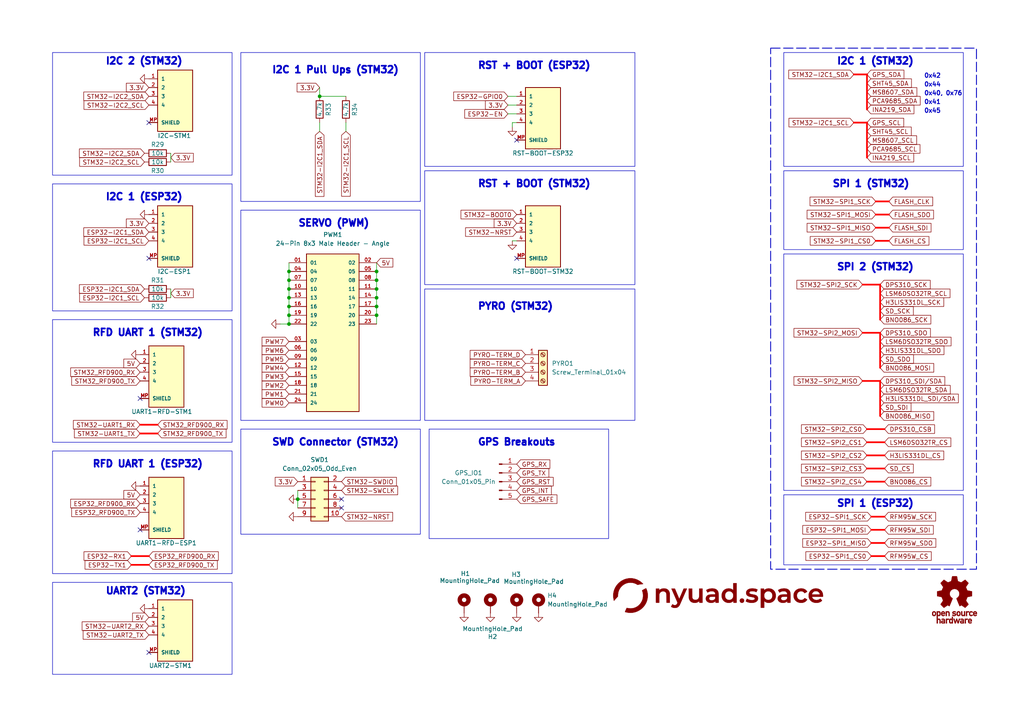
<source format=kicad_sch>
(kicad_sch (version 20250114) (generator "eeschema") (generator_version "9.0")
  (paper "A4")
  (title_block (title "Connections & Peripherals") (company "Aether Flight Computer"))
  (lib_symbols
    (symbol "Connector:Conn_01x05_Pin" (pin_names (offset 1.016) (hide yes))
      (property "Reference" "J" (at 0 7.62 0))
      (property "Value" "Conn_01x05_Pin" (at 0 -7.62 0))
      (symbol "Conn_01x05_Pin_1_1"
        (pin passive line (at 5.08 5.08 180) (length 3.81) (name "Pin_1") (number "1"))
        (pin passive line (at 5.08 2.54 180) (length 3.81) (name "Pin_2") (number "2"))
        (pin passive line (at 5.08 0 180) (length 3.81) (name "Pin_3") (number "3"))
        (pin passive line (at 5.08 -2.54 180) (length 3.81) (name "Pin_4") (number "4"))
        (pin passive line (at 5.08 -5.08 180) (length 3.81) (name "Pin_5") (number "5"))
      )
    )
    (symbol "Connector:Screw_Terminal_01x04" (pin_names (offset 1.016) (hide yes))
      (property "Reference" "J" (at 0 5.08 0))
      (property "Value" "Screw_Terminal_01x04" (at 0 -7.62 0))
      (symbol "Screw_Terminal_01x04_1_1"
        (pin passive line (at -5.08 2.54 0) (length 3.81) (name "Pin_1") (number "1"))
        (pin passive line (at -5.08 0 0) (length 3.81) (name "Pin_2") (number "2"))
        (pin passive line (at -5.08 -2.54 0) (length 3.81) (name "Pin_3") (number "3"))
        (pin passive line (at -5.08 -5.08 0) (length 3.81) (name "Pin_4") (number "4"))
      )
    )
    (symbol "Connector_Generic:Conn_02x05_Odd_Even" (pin_names (offset 1.016) (hide yes))
      (property "Reference" "J" (at 1.27 7.62 0))
      (property "Value" "Conn_02x05_Odd_Even" (at 1.27 -7.62 0))
      (symbol "Conn_02x05_Odd_Even_1_1"
        (pin passive line (at -5.08 5.08 0) (length 3.81) (name "Pin_1") (number "1"))
        (pin passive line (at -5.08 2.54 0) (length 3.81) (name "Pin_3") (number "3"))
        (pin passive line (at -5.08 0 0) (length 3.81) (name "Pin_5") (number "5"))
        (pin passive line (at -5.08 -2.54 0) (length 3.81) (name "Pin_7") (number "7"))
        (pin passive line (at -5.08 -5.08 0) (length 3.81) (name "Pin_9") (number "9"))
        (pin passive line (at 7.62 5.08 180) (length 3.81) (name "Pin_2") (number "2"))
        (pin passive line (at 7.62 2.54 180) (length 3.81) (name "Pin_4") (number "4"))
        (pin passive line (at 7.62 0 180) (length 3.81) (name "Pin_6") (number "6"))
        (pin passive line (at 7.62 -2.54 180) (length 3.81) (name "Pin_8") (number "8"))
        (pin passive line (at 7.62 -5.08 180) (length 3.81) (name "Pin_10") (number "10"))
      )
    )
    (symbol "Device:R" (pin_numbers (hide yes)) (pin_names (offset 0))
      (property "Reference" "R" (at 2.032 0 90))
      (property "Value" "R" (at 0 0 90))
      (symbol "R_1_1"
        (pin passive line (at 0 3.81 270) (length 1.27) (name "~") (number "1"))
        (pin passive line (at 0 -3.81 90) (length 1.27) (name "~") (number "2"))
      )
    )
    (symbol "Mechanical:MountingHole_Pad" (pin_numbers (hide yes)) (pin_names (offset 1.016) (hide yes)) (exclude_from_sim yes) (in_bom no)
      (property "Reference" "H" (at 0 6.35 0))
      (property "Value" "MountingHole_Pad" (at 0 4.445 0))
      (symbol "MountingHole_Pad_1_1"
        (pin input line (at 0 -2.54 90) (length 2.54) (name "1") (number "1"))
      )
    )
    (symbol "SM04B-SRSS-TB(LF)(SN)_1" (pin_names (offset 1.016))
      (property "Reference" "I2C-ESP1" (at -5.08 -11.43 0))
      (symbol "SM04B-SRSS-TB(LF)(SN)_1_0_0"
        (pin passive line (at -7.62 5.08 0) (length 2.54) (name "1") (number "1"))
        (pin passive line (at -7.62 2.54 0) (length 2.54) (name "2") (number "2"))
        (pin passive line (at -7.62 0 0) (length 2.54) (name "3") (number "3"))
        (pin passive line (at -7.62 -2.54 0) (length 2.54) (name "4") (number "4"))
      )
      (symbol "SM04B-SRSS-TB(LF)(SN)_1_1_0"
        (pin passive line (at -7.62 -7.62 0) (length 2.54) (name "SHIELD") (number "MP"))
        (pin passive line (at -7.62 -7.62 0) (length 2.54) (name "SHIELD") (number "MP"))
      )
    )
    (symbol "SM04B-SRSS-TB(LF)(SN)_2" (pin_names (offset 1.016))
      (property "Reference" "I2C-STM1" (at -5.08 -11.43 0))
      (symbol "SM04B-SRSS-TB(LF)(SN)_2_0_0"
        (pin passive line (at -7.62 5.08 0) (length 2.54) (name "1") (number "1"))
        (pin passive line (at -7.62 2.54 0) (length 2.54) (name "2") (number "2"))
        (pin passive line (at -7.62 0 0) (length 2.54) (name "3") (number "3"))
        (pin passive line (at -7.62 -2.54 0) (length 2.54) (name "4") (number "4"))
      )
      (symbol "SM04B-SRSS-TB(LF)(SN)_2_1_0"
        (pin passive line (at -7.62 -7.62 0) (length 2.54) (name "SHIELD") (number "MP"))
        (pin passive line (at -7.62 -7.62 0) (length 2.54) (name "SHIELD") (number "MP"))
      )
    )
    (symbol "SM04B-SRSS-TB(LF)(SN)_3" (pin_names (offset 1.016))
      (property "Reference" "UART1-RFD-STM1" (at -10.16 -11.43 0))
      (symbol "SM04B-SRSS-TB(LF)(SN)_3_0_0"
        (pin passive line (at -7.62 5.08 0) (length 2.54) (name "1") (number "1"))
        (pin passive line (at -7.62 2.54 0) (length 2.54) (name "2") (number "2"))
        (pin passive line (at -7.62 0 0) (length 2.54) (name "3") (number "3"))
        (pin passive line (at -7.62 -2.54 0) (length 2.54) (name "4") (number "4"))
      )
      (symbol "SM04B-SRSS-TB(LF)(SN)_3_1_0"
        (pin passive line (at -7.62 -7.62 0) (length 2.54) (name "SHIELD") (number "MP"))
        (pin passive line (at -7.62 -7.62 0) (length 2.54) (name "SHIELD") (number "MP"))
      )
    )
    (symbol "SM04B-SRSS-TB(LF)(SN)_4" (pin_names (offset 1.016))
      (property "Reference" "UART1-RFD-ESP1" (at -8.89 -11.43 0))
      (symbol "SM04B-SRSS-TB(LF)(SN)_4_0_0"
        (pin passive line (at -7.62 5.08 0) (length 2.54) (name "1") (number "1"))
        (pin passive line (at -7.62 2.54 0) (length 2.54) (name "2") (number "2"))
        (pin passive line (at -7.62 0 0) (length 2.54) (name "3") (number "3"))
        (pin passive line (at -7.62 -2.54 0) (length 2.54) (name "4") (number "4"))
      )
      (symbol "SM04B-SRSS-TB(LF)(SN)_4_1_0"
        (pin passive line (at -7.62 -7.62 0) (length 2.54) (name "SHIELD") (number "MP"))
        (pin passive line (at -7.62 -7.62 0) (length 2.54) (name "SHIELD") (number "MP"))
      )
    )
    (symbol "SM04B-SRSS-TB(LF)(SN)_5" (pin_names (offset 1.016))
      (property "Reference" "UART2-STM1" (at -7.62 -11.43 0))
      (symbol "SM04B-SRSS-TB(LF)(SN)_5_0_0"
        (pin passive line (at -7.62 5.08 0) (length 2.54) (name "1") (number "1"))
        (pin passive line (at -7.62 2.54 0) (length 2.54) (name "2") (number "2"))
        (pin passive line (at -7.62 0 0) (length 2.54) (name "3") (number "3"))
        (pin passive line (at -7.62 -2.54 0) (length 2.54) (name "4") (number "4"))
      )
      (symbol "SM04B-SRSS-TB(LF)(SN)_5_1_0"
        (pin passive line (at -7.62 -7.62 0) (length 2.54) (name "SHIELD") (number "MP"))
        (pin passive line (at -7.62 -7.62 0) (length 2.54) (name "SHIELD") (number "MP"))
      )
    )
    (symbol "SM04B-SRSS-TB(LF)(SN)_6" (pin_names (offset 1.016))
      (property "Reference" "RST-BOOT-ESP1" (at -8.89 -11.43 0))
      (symbol "SM04B-SRSS-TB(LF)(SN)_6_0_0"
        (pin passive line (at -7.62 5.08 0) (length 2.54) (name "1") (number "1"))
        (pin passive line (at -7.62 2.54 0) (length 2.54) (name "2") (number "2"))
        (pin passive line (at -7.62 0 0) (length 2.54) (name "3") (number "3"))
        (pin passive line (at -7.62 -2.54 0) (length 2.54) (name "4") (number "4"))
      )
      (symbol "SM04B-SRSS-TB(LF)(SN)_6_1_0"
        (pin passive line (at -7.62 -7.62 0) (length 2.54) (name "SHIELD") (number "MP"))
        (pin passive line (at -7.62 -7.62 0) (length 2.54) (name "SHIELD") (number "MP"))
      )
    )
    (symbol "SM04B-SRSS-TB_LF__SN_:SM04B-SRSS-TB(LF)(SN)" (pin_names (offset 1.016))
      (property "Reference" "RST-BOOT-STM1" (at -8.89 -11.43 0))
      (symbol "SM04B-SRSS-TB(LF)(SN)_0_0"
        (pin passive line (at -7.62 5.08 0) (length 2.54) (name "1") (number "1"))
        (pin passive line (at -7.62 2.54 0) (length 2.54) (name "2") (number "2"))
        (pin passive line (at -7.62 0 0) (length 2.54) (name "3") (number "3"))
        (pin passive line (at -7.62 -2.54 0) (length 2.54) (name "4") (number "4"))
      )
      (symbol "SM04B-SRSS-TB(LF)(SN)_1_0"
        (pin passive line (at -7.62 -7.62 0) (length 2.54) (name "SHIELD") (number "MP"))
        (pin passive line (at -7.62 -7.62 0) (length 2.54) (name "SHIELD") (number "MP"))
      )
    )
    (symbol "TSW-108-07-G-T:TSW-108-07-G-T" (pin_names (offset 1.016))
      (property "Reference" "J" (at -8.12 22.86 0))
      (property "Value" "TSW-108-07-G-T" (at -7.62 -25.4 0))
      (symbol "TSW-108-07-G-T_0_0"
        (pin passive line (at -12.7 20.32 0) (length 5.08) (name "01") (number "01"))
        (pin passive line (at -12.7 17.78 0) (length 5.08) (name "04") (number "04"))
        (pin passive line (at -12.7 15.24 0) (length 5.08) (name "07") (number "07"))
        (pin passive line (at -12.7 12.7 0) (length 5.08) (name "10") (number "10"))
        (pin passive line (at -12.7 10.16 0) (length 5.08) (name "13") (number "13"))
        (pin passive line (at -12.7 7.62 0) (length 5.08) (name "16") (number "16"))
        (pin passive line (at -12.7 5.08 0) (length 5.08) (name "19") (number "19"))
        (pin passive line (at -12.7 2.54 0) (length 5.08) (name "22") (number "22"))
        (pin passive line (at -12.7 -2.54 0) (length 5.08) (name "03") (number "03"))
        (pin passive line (at -12.7 -5.08 0) (length 5.08) (name "06") (number "06"))
        (pin passive line (at -12.7 -7.62 0) (length 5.08) (name "09") (number "09"))
        (pin passive line (at -12.7 -10.16 0) (length 5.08) (name "12") (number "12"))
        (pin passive line (at -12.7 -12.7 0) (length 5.08) (name "15") (number "15"))
        (pin passive line (at -12.7 -15.24 0) (length 5.08) (name "18") (number "18"))
        (pin passive line (at -12.7 -17.78 0) (length 5.08) (name "21") (number "21"))
        (pin passive line (at -12.7 -20.32 0) (length 5.08) (name "24") (number "24"))
        (pin passive line (at 12.7 20.32 180) (length 5.08) (name "02") (number "02"))
        (pin passive line (at 12.7 17.78 180) (length 5.08) (name "05") (number "05"))
        (pin passive line (at 12.7 15.24 180) (length 5.08) (name "08") (number "08"))
        (pin passive line (at 12.7 12.7 180) (length 5.08) (name "11") (number "11"))
        (pin passive line (at 12.7 10.16 180) (length 5.08) (name "14") (number "14"))
        (pin passive line (at 12.7 7.62 180) (length 5.08) (name "17") (number "17"))
        (pin passive line (at 12.7 5.08 180) (length 5.08) (name "20") (number "20"))
        (pin passive line (at 12.7 2.54 180) (length 5.08) (name "23") (number "23"))
      )
    )
    (symbol "nyuad_space:LOGO" (pin_names (offset 1.016)))
    (symbol "osh_logo:LOGO" (pin_names (offset 1.016)))
    (symbol "power:GND" (power) (pin_names (offset 0))
      (property "Value" "GND" (at 0 -3.81 0))
      (symbol "GND_1_1"
        (pin power_in line (at 0 0 270) (length 0) (hide yes) (name "GND") (number "1"))
      )
    )
  )
  (rectangle (start 227.33 49.53) (end 279.4 72.39))
  (rectangle (start 227.33 15.24) (end 279.4 48.26))
  (rectangle (start 123.19 49.53) (end 184.15 82.55))
  (rectangle (start 227.33 143.51) (end 279.4 163.83))
  (rectangle (start 124.46 124.46) (end 176.53 156.21))
  (rectangle (start 227.33 73.66) (end 279.4 142.24))
  (rectangle (start 15.24 168.91) (end 67.31 195.58))
  (rectangle (start 123.19 83.82) (end 184.15 121.92))
  (rectangle (start 69.85 60.96) (end 121.92 121.92))
  (rectangle (start 15.24 53.34) (end 67.31 90.17))
  (rectangle (start 15.24 130.81) (end 67.31 166.37))
  (rectangle (start 123.19 15.24) (end 184.15 48.26))
  (rectangle (start 223.52 13.97) (end 283.21 165.1) (stroke (width 0.25) (type dash)))
  (rectangle (start 69.85 15.24) (end 121.92 58.42))
  (rectangle (start 69.85 124.46) (end 121.92 154.94))
  (rectangle (start 15.24 92.71) (end 67.31 128.27))
  (rectangle (start 15.24 15.24) (end 67.31 50.8))
  (text "SERVO (PWM)" (at 86.36 66.04 0) (effects (font (size 2 2) (thickness 0.8) (bold yes)) (justify left bottom)))
  (text "I2C 1 Pull Ups (STM32)" (at 78.74 21.59 0) (effects (font (size 2 2) (thickness 0.8) (bold yes)) (justify left bottom)))
  (text "RFD UART 1 (ESP32)" (at 26.67 135.89 0) (effects (font (size 2 2) (thickness 0.8) (bold yes)) (justify left bottom)))
  (text "I2C 2 (STM32)" (at 30.48 19.05 0) (effects (font (size 2 2) (thickness 0.8) (bold yes)) (justify left bottom)))
  (text "UART2 (STM32)" (at 30.48 172.72 0) (effects (font (size 2 2) (thickness 0.8) (bold yes)) (justify left bottom)))
  (text "0x45" (at 267.97 33.02 0) (effects (font (size 1.27 1.27) (bold yes)) (justify left bottom)))
  (text "PYRO (STM32)" (at 138.43 90.17 0) (effects (font (size 2 2) (thickness 0.8) (bold yes)) (justify left bottom)))
  (text "SWD Connector (STM32)" (at 78.74 129.54 0) (effects (font (size 2 2) (thickness 0.8) (bold yes)) (justify left bottom)))
  (text "0x40, 0x76" (at 267.97 27.94 0) (effects (font (size 1.27 1.27) (bold yes)) (justify left bottom)))
  (text "GPS Breakouts\n" (at 138.43 129.54 0) (effects (font (size 2 2) (thickness 0.8) (bold yes)) (justify left bottom)))
  (text "RFD UART 1 (STM32)" (at 26.67 97.79 0) (effects (font (size 2 2) (thickness 0.8) (bold yes)) (justify left bottom)))
  (text "SPI 1 (ESP32)" (at 242.57 147.32 0) (effects (font (size 2 2) (thickness 0.8) (bold yes)) (justify left bottom)))
  (text "0x41" (at 267.97 30.48 0) (effects (font (size 1.27 1.27) (bold yes)) (justify left bottom)))
  (text "0x42" (at 267.97 22.86 0) (effects (font (size 1.27 1.27) (bold yes)) (justify left bottom)))
  (text "SPI 1 (STM32)" (at 241.3 54.61 0) (effects (font (size 2 2) (thickness 0.8) (bold yes)) (justify left bottom)))
  (text "I2C 1 (STM32)" (at 242.57 19.05 0) (effects (font (size 2 2) (thickness 0.8) (bold yes)) (justify left bottom)))
  (text "0x44" (at 267.97 25.4 0) (effects (font (size 1.27 1.27) (bold yes)) (justify left bottom)))
  (text "RST + BOOT (STM32)" (at 138.43 54.61 0) (effects (font (size 2 2) (thickness 0.8) (bold yes)) (justify left bottom)))
  (text "SPI 2 (STM32)" (at 242.57 78.74 0) (effects (font (size 2 2) (thickness 0.8) (bold yes)) (justify left bottom)))
  (text "I2C 1 (ESP32)" (at 30.48 58.42 0) (effects (font (size 2 2) (thickness 0.8) (bold yes)) (justify left bottom)))
  (text "RST + BOOT (ESP32)" (at 138.43 20.32 0) (effects (font (size 2 2) (thickness 0.8) (bold yes)) (justify left bottom)))
  (junction (at 83.82 83.82))
  (junction (at 109.22 83.82))
  (junction (at 83.82 93.98))
  (junction (at 83.82 81.28))
  (junction (at 109.22 88.9))
  (junction (at 83.82 86.36))
  (junction (at 92.71 27.94))
  (junction (at 86.36 144.78))
  (junction (at 109.22 91.44))
  (junction (at 83.82 88.9))
  (junction (at 83.82 78.74))
  (junction (at 83.82 91.44))
  (junction (at 109.22 81.28))
  (junction (at 109.22 86.36))
  (junction (at 109.22 78.74))
  (no_connect (at 149.86 74.93))
  (no_connect (at 40.64 115.57))
  (no_connect (at 99.06 147.32))
  (no_connect (at 99.06 144.78))
  (no_connect (at 43.18 35.56))
  (no_connect (at 149.86 40.64))
  (no_connect (at 43.18 74.93))
  (no_connect (at 40.64 153.67))
  (no_connect (at 43.18 189.23))
  (wire (pts (xy 92.71 27.94) (xy 100.33 27.94)))
  (wire (pts (xy 256.54 128.27) (xy 251.46 128.27)) (stroke (width 0.5) (color 255 0 0 1)))
  (wire (pts (xy 256.54 139.7) (xy 251.46 139.7)) (stroke (width 0.5) (color 255 0 0 1)))
  (wire (pts (xy 92.71 35.56) (xy 92.71 38.1)))
  (wire (pts (xy 49.53 83.82) (xy 49.53 86.36)))
  (wire (pts (xy 255.27 96.52) (xy 250.19 96.52)) (stroke (width 0.5) (color 255 0 0 1)))
  (wire (pts (xy 257.81 66.04) (xy 254 66.04)) (stroke (width 0.5) (color 255 0 0 1)))
  (wire (pts (xy 43.18 163.83) (xy 38.1 163.83)) (stroke (width 0.5) (color 255 0 0 1)))
  (wire (pts (xy 251.46 21.59) (xy 251.46 31.75)) (stroke (width 0.5) (color 255 0 0 1)))
  (wire (pts (xy 83.82 76.2) (xy 83.82 78.74)))
  (wire (pts (xy 149.86 30.48) (xy 147.32 30.48)))
  (wire (pts (xy 109.22 76.2) (xy 109.22 78.74)))
  (wire (pts (xy 109.22 86.36) (xy 109.22 88.9)))
  (wire (pts (xy 86.36 142.24) (xy 86.36 144.78)))
  (wire (pts (xy 257.81 58.42) (xy 254 58.42)) (stroke (width 0.5) (color 255 0 0 1)))
  (wire (pts (xy 251.46 35.56) (xy 251.46 45.72)) (stroke (width 0.5) (color 255 0 0 1)))
  (wire (pts (xy 256.54 124.46) (xy 251.46 124.46)) (stroke (width 0.5) (color 255 0 0 1)))
  (wire (pts (xy 83.82 86.36) (xy 83.82 88.9)))
  (wire (pts (xy 109.22 78.74) (xy 109.22 81.28)))
  (wire (pts (xy 83.82 88.9) (xy 83.82 91.44)))
  (wire (pts (xy 251.46 35.56) (xy 247.65 35.56)) (stroke (width 0.5) (color 255 0 0 1)))
  (wire (pts (xy 81.28 93.98) (xy 83.82 93.98)))
  (wire (pts (xy 255.27 96.52) (xy 255.27 106.68)) (stroke (width 0.5) (color 255 0 0 1)))
  (wire (pts (xy 86.36 144.78) (xy 86.36 147.32)))
  (wire (pts (xy 45.72 125.73) (xy 40.64 125.73)) (stroke (width 0.5) (color 255 0 0 1)))
  (wire (pts (xy 148.59 69.85) (xy 149.86 69.85)))
  (wire (pts (xy 83.82 78.74) (xy 83.82 81.28)))
  (wire (pts (xy 256.54 153.67) (xy 252.73 153.67)) (stroke (width 0.5) (color 255 0 0 1)))
  (wire (pts (xy 83.82 91.44) (xy 83.82 93.98)))
  (wire (pts (xy 92.71 25.4) (xy 92.71 27.94)))
  (wire (pts (xy 256.54 132.08) (xy 251.46 132.08)) (stroke (width 0.5) (color 255 0 0 1)))
  (wire (pts (xy 109.22 83.82) (xy 109.22 86.36)))
  (wire (pts (xy 256.54 135.89) (xy 251.46 135.89)) (stroke (width 0.5) (color 255 0 0 1)))
  (wire (pts (xy 45.72 123.19) (xy 40.64 123.19)) (stroke (width 0.5) (color 255 0 0 1)))
  (wire (pts (xy 255.27 110.49) (xy 250.19 110.49)) (stroke (width 0.5) (color 255 0 0 1)))
  (wire (pts (xy 255.27 110.49) (xy 255.27 120.65)) (stroke (width 0.5) (color 255 0 0 1)))
  (wire (pts (xy 83.82 81.28) (xy 83.82 83.82)))
  (wire (pts (xy 255.27 82.55) (xy 250.19 82.55)) (stroke (width 0.5) (color 255 0 0 1)))
  (wire (pts (xy 49.53 44.45) (xy 49.53 46.99)))
  (wire (pts (xy 109.22 81.28) (xy 109.22 83.82)))
  (wire (pts (xy 147.32 33.02) (xy 149.86 33.02)))
  (wire (pts (xy 257.81 62.23) (xy 254 62.23)) (stroke (width 0.5) (color 255 0 0 1)))
  (wire (pts (xy 83.82 83.82) (xy 83.82 86.36)))
  (wire (pts (xy 257.81 69.85) (xy 254 69.85)) (stroke (width 0.5) (color 255 0 0 1)))
  (wire (pts (xy 255.27 82.55) (xy 255.27 92.71)) (stroke (width 0.5) (color 255 0 0 1)))
  (wire (pts (xy 251.46 21.59) (xy 247.65 21.59)) (stroke (width 0.5) (color 255 0 0 1)))
  (wire (pts (xy 256.54 161.29) (xy 252.73 161.29)) (stroke (width 0.5) (color 255 0 0 1)))
  (wire (pts (xy 256.54 157.48) (xy 252.73 157.48)) (stroke (width 0.5) (color 255 0 0 1)))
  (wire (pts (xy 148.59 36.83) (xy 148.59 35.56)))
  (wire (pts (xy 256.54 149.86) (xy 252.73 149.86)) (stroke (width 0.5) (color 255 0 0 1)))
  (wire (pts (xy 100.33 35.56) (xy 100.33 38.1)))
  (wire (pts (xy 43.18 161.29) (xy 38.1 161.29)) (stroke (width 0.5) (color 255 0 0 1)))
  (wire (pts (xy 147.32 27.94) (xy 149.86 27.94)))
  (wire (pts (xy 148.59 35.56) (xy 149.86 35.56)))
  (wire (pts (xy 109.22 88.9) (xy 109.22 91.44)))
  (wire (pts (xy 109.22 91.44) (xy 109.22 93.98)))
  (global_label "STM32-I2C2_SCL" (shape input) (at 41.91 46.99 180) (property "Intersheetrefs" "${INTERSHEET_REFS}" (effects (hide yes))))
  (global_label "STM32-UART2_TX" (shape input) (at 43.18 184.15 180) (property "Intersheetrefs" "${INTERSHEET_REFS}" (effects (hide yes))))
  (global_label "PWM6" (shape input) (at 83.82 101.6 180) (property "Intersheetrefs" "${INTERSHEET_REFS}" (effects (hide yes))))
  (global_label "GPS_RX" (shape input) (at 149.86 134.62 0) (property "Intersheetrefs" "${INTERSHEET_REFS}" (effects (hide yes))))
  (global_label "ESP32-I2C1_SCL" (shape input) (at 41.91 86.36 180) (property "Intersheetrefs" "${INTERSHEET_REFS}" (effects (hide yes))))
  (global_label "STM32-UART1_TX" (shape input) (at 40.64 125.73 180) (property "Intersheetrefs" "${INTERSHEET_REFS}" (effects (hide yes))))
  (global_label "STM32_RFD900_TX" (shape input) (at 45.72 125.73 0) (property "Intersheetrefs" "${INTERSHEET_REFS}" (effects (hide yes))))
  (global_label "3.3V" (shape input) (at 149.86 64.77 180) (property "Intersheetrefs" "${INTERSHEET_REFS}" (effects (hide yes))))
  (global_label "STM32-SWCLK" (shape input) (at 99.06 142.24 0) (property "Intersheetrefs" "${INTERSHEET_REFS}" (effects (hide yes))))
  (global_label "FLASH_CS" (shape input) (at 257.81 69.85 0) (property "Intersheetrefs" "${INTERSHEET_REFS}" (effects (hide yes))))
  (global_label "STM32-SPI2_CS4" (shape input) (at 251.46 139.7 180) (property "Intersheetrefs" "${INTERSHEET_REFS}" (effects (hide yes))))
  (global_label "STM32-SPI1_CS0" (shape input) (at 254 69.85 180) (property "Intersheetrefs" "${INTERSHEET_REFS}" (effects (hide yes))))
  (global_label "STM32-BOOT0" (shape input) (at 149.86 62.23 180) (property "Intersheetrefs" "${INTERSHEET_REFS}" (effects (hide yes))))
  (global_label "GPS_TX" (shape input) (at 149.86 137.16 0) (property "Intersheetrefs" "${INTERSHEET_REFS}" (effects (hide yes))))
  (global_label "INA219_SCL" (shape input) (at 251.46 45.72 0) (property "Intersheetrefs" "${INTERSHEET_REFS}" (effects (hide yes))))
  (global_label "ESP32-EN" (shape input) (at 147.32 33.02 180) (property "Intersheetrefs" "${INTERSHEET_REFS}" (effects (hide yes))))
  (global_label "STM32-SPI2_SCK" (shape input) (at 250.19 82.55 180) (property "Intersheetrefs" "${INTERSHEET_REFS}" (effects (hide yes))))
  (global_label "STM32-I2C1_SCL" (shape input) (at 247.65 35.56 180) (property "Intersheetrefs" "${INTERSHEET_REFS}" (effects (hide yes))))
  (global_label "ESP32-I2C1_SDA" (shape input) (at 41.91 83.82 180) (property "Intersheetrefs" "${INTERSHEET_REFS}" (effects (hide yes))))
  (global_label "GPS_SAFE" (shape input) (at 149.86 144.78 0) (property "Intersheetrefs" "${INTERSHEET_REFS}" (effects (hide yes))))
  (global_label "PYRO-TERM_C" (shape input) (at 152.4 105.41 180) (property "Intersheetrefs" "${INTERSHEET_REFS}" (effects (hide yes))))
  (global_label "ESP32_RFD900_TX" (shape input) (at 40.64 148.59 180) (property "Intersheetrefs" "${INTERSHEET_REFS}" (effects (hide yes))))
  (global_label "RFM95W_SDI" (shape input) (at 256.54 153.67 0) (property "Intersheetrefs" "${INTERSHEET_REFS}" (effects (hide yes))))
  (global_label "STM32-NRST" (shape input) (at 149.86 67.31 180) (property "Intersheetrefs" "${INTERSHEET_REFS}" (effects (hide yes))))
  (global_label "LSM6DSO32TR_CS" (shape input) (at 256.54 128.27 0) (property "Intersheetrefs" "${INTERSHEET_REFS}" (effects (hide yes))))
  (global_label "ESP32-I2C1_SDA" (shape input) (at 43.18 67.31 180) (property "Intersheetrefs" "${INTERSHEET_REFS}" (effects (hide yes))))
  (global_label "3.3V" (shape input) (at 49.53 45.72 0) (property "Intersheetrefs" "${INTERSHEET_REFS}" (effects (hide yes))))
  (global_label "MS8607_SDA" (shape input) (at 251.46 26.67 0) (property "Intersheetrefs" "${INTERSHEET_REFS}" (effects (hide yes))))
  (global_label "PWM7" (shape input) (at 83.82 99.06 180) (property "Intersheetrefs" "${INTERSHEET_REFS}" (effects (hide yes))))
  (global_label "STM32-I2C2_SDA" (shape input) (at 41.91 44.45 180) (property "Intersheetrefs" "${INTERSHEET_REFS}" (effects (hide yes))))
  (global_label "5V" (shape input) (at 109.22 76.2 0) (property "Intersheetrefs" "${INTERSHEET_REFS}" (effects (hide yes))))
  (global_label "PYRO-TERM_A" (shape input) (at 152.4 110.49 180) (property "Intersheetrefs" "${INTERSHEET_REFS}" (effects (hide yes))))
  (global_label "H3LIS331DL_SDO" (shape input) (at 255.27 101.6 0) (property "Intersheetrefs" "${INTERSHEET_REFS}" (effects (hide yes))))
  (global_label "STM32_RFD900_RX" (shape input) (at 45.72 123.19 0) (property "Intersheetrefs" "${INTERSHEET_REFS}" (effects (hide yes))))
  (global_label "MS8607_SCL" (shape input) (at 251.46 40.64 0) (property "Intersheetrefs" "${INTERSHEET_REFS}" (effects (hide yes))))
  (global_label "ESP32-SPI1_MISO" (shape input) (at 252.73 157.48 180) (property "Intersheetrefs" "${INTERSHEET_REFS}" (effects (hide yes))))
  (global_label "PWM1" (shape input) (at 83.82 114.3 180) (property "Intersheetrefs" "${INTERSHEET_REFS}" (effects (hide yes))))
  (global_label "5V" (shape input) (at 40.64 143.51 180) (property "Intersheetrefs" "${INTERSHEET_REFS}" (effects (hide yes))))
  (global_label "ESP32_RFD900_RX" (shape input) (at 40.64 146.05 180) (property "Intersheetrefs" "${INTERSHEET_REFS}" (effects (hide yes))))
  (global_label "SHT45_SCL" (shape input) (at 251.46 38.1 0) (property "Intersheetrefs" "${INTERSHEET_REFS}" (effects (hide yes))))
  (global_label "STM32-I2C1_SDA" (shape input) (at 92.71 38.1 270) (property "Intersheetrefs" "${INTERSHEET_REFS}" (effects (hide yes))))
  (global_label "LSM6DSO32TR_SDO" (shape input) (at 255.27 99.06 0) (property "Intersheetrefs" "${INTERSHEET_REFS}" (effects (hide yes))))
  (global_label "INA219_SDA" (shape input) (at 251.46 31.75 0) (property "Intersheetrefs" "${INTERSHEET_REFS}" (effects (hide yes))))
  (global_label "ESP32-GPIO0" (shape input) (at 147.32 27.94 180) (property "Intersheetrefs" "${INTERSHEET_REFS}" (effects (hide yes))))
  (global_label "RFM95W_CS" (shape input) (at 256.54 161.29 0) (property "Intersheetrefs" "${INTERSHEET_REFS}" (effects (hide yes))))
  (global_label "SD_SDI" (shape input) (at 255.27 118.11 0) (property "Intersheetrefs" "${INTERSHEET_REFS}" (effects (hide yes))))
  (global_label "RFM95W_SCK" (shape input) (at 256.54 149.86 0) (property "Intersheetrefs" "${INTERSHEET_REFS}" (effects (hide yes))))
  (global_label "ESP32-I2C1_SCL" (shape input) (at 43.18 69.85 180) (property "Intersheetrefs" "${INTERSHEET_REFS}" (effects (hide yes))))
  (global_label "DPS310_CSB" (shape input) (at 256.54 124.46 0) (property "Intersheetrefs" "${INTERSHEET_REFS}" (effects (hide yes))))
  (global_label "5V" (shape input) (at 43.18 179.07 180) (property "Intersheetrefs" "${INTERSHEET_REFS}" (effects (hide yes))))
  (global_label "PWM4" (shape input) (at 83.82 106.68 180) (property "Intersheetrefs" "${INTERSHEET_REFS}" (effects (hide yes))))
  (global_label "STM32-SPI1_MISO" (shape input) (at 254 66.04 180) (property "Intersheetrefs" "${INTERSHEET_REFS}" (effects (hide yes))))
  (global_label "FLASH_SDO" (shape input) (at 257.81 62.23 0) (property "Intersheetrefs" "${INTERSHEET_REFS}" (effects (hide yes))))
  (global_label "GPS_SDA" (shape input) (at 251.46 21.59 0) (property "Intersheetrefs" "${INTERSHEET_REFS}" (effects (hide yes))))
  (global_label "ESP32_RFD900_RX" (shape input) (at 43.18 161.29 0) (property "Intersheetrefs" "${INTERSHEET_REFS}" (effects (hide yes))))
  (global_label "3.3V" (shape input) (at 43.18 25.4 180) (property "Intersheetrefs" "${INTERSHEET_REFS}" (effects (hide yes))))
  (global_label "3.3V" (shape input) (at 43.18 64.77 180) (property "Intersheetrefs" "${INTERSHEET_REFS}" (effects (hide yes))))
  (global_label "LSM6DSO32TR_SDA" (shape input) (at 255.27 113.03 0) (property "Intersheetrefs" "${INTERSHEET_REFS}" (effects (hide yes))))
  (global_label "STM32-SPI2_MISO" (shape input) (at 250.19 110.49 180) (property "Intersheetrefs" "${INTERSHEET_REFS}" (effects (hide yes))))
  (global_label "STM32-I2C1_SDA" (shape input) (at 247.65 21.59 180) (property "Intersheetrefs" "${INTERSHEET_REFS}" (effects (hide yes))))
  (global_label "STM32-I2C2_SCL" (shape input) (at 43.18 30.48 180) (property "Intersheetrefs" "${INTERSHEET_REFS}" (effects (hide yes))))
  (global_label "STM32-SPI1_SCK" (shape input) (at 254 58.42 180) (property "Intersheetrefs" "${INTERSHEET_REFS}" (effects (hide yes))))
  (global_label "RFM95W_SDO" (shape input) (at 256.54 157.48 0) (property "Intersheetrefs" "${INTERSHEET_REFS}" (effects (hide yes))))
  (global_label "SHT45_SDA" (shape input) (at 251.46 24.13 0) (property "Intersheetrefs" "${INTERSHEET_REFS}" (effects (hide yes))))
  (global_label "PYRO-TERM_B" (shape input) (at 152.4 107.95 180) (property "Intersheetrefs" "${INTERSHEET_REFS}" (effects (hide yes))))
  (global_label "SD_CS" (shape input) (at 256.54 135.89 0) (property "Intersheetrefs" "${INTERSHEET_REFS}" (effects (hide yes))))
  (global_label "PWM0" (shape input) (at 83.82 116.84 180) (property "Intersheetrefs" "${INTERSHEET_REFS}" (effects (hide yes))))
  (global_label "FLASH_SDI" (shape input) (at 257.81 66.04 0) (property "Intersheetrefs" "${INTERSHEET_REFS}" (effects (hide yes))))
  (global_label "PCA9685_SCL" (shape input) (at 251.46 43.18 0) (property "Intersheetrefs" "${INTERSHEET_REFS}" (effects (hide yes))))
  (global_label "H3LIS331DL_SDI{slash}SDA" (shape input) (at 255.27 115.57 0) (property "Intersheetrefs" "${INTERSHEET_REFS}" (effects (hide yes))))
  (global_label "STM32-SPI2_CS2" (shape input) (at 251.46 132.08 180) (property "Intersheetrefs" "${INTERSHEET_REFS}" (effects (hide yes))))
  (global_label "STM32-NRST" (shape input) (at 99.06 149.86 0) (property "Intersheetrefs" "${INTERSHEET_REFS}" (effects (hide yes))))
  (global_label "BNO086_MOSI" (shape input) (at 255.27 106.68 0) (property "Intersheetrefs" "${INTERSHEET_REFS}" (effects (hide yes))))
  (global_label "DPS310_SCK" (shape input) (at 255.27 82.55 0) (property "Intersheetrefs" "${INTERSHEET_REFS}" (effects (hide yes))))
  (global_label "LSM6DSO32TR_SCL" (shape input) (at 255.27 85.09 0) (property "Intersheetrefs" "${INTERSHEET_REFS}" (effects (hide yes))))
  (global_label "STM32-UART1_RX" (shape input) (at 40.64 123.19 180) (property "Intersheetrefs" "${INTERSHEET_REFS}" (effects (hide yes))))
  (global_label "STM32-SWDIO" (shape input) (at 99.06 139.7 0) (property "Intersheetrefs" "${INTERSHEET_REFS}" (effects (hide yes))))
  (global_label "STM32-SPI1_MOSI" (shape input) (at 254 62.23 180) (property "Intersheetrefs" "${INTERSHEET_REFS}" (effects (hide yes))))
  (global_label "BNO086_SCK" (shape input) (at 255.27 92.71 0) (property "Intersheetrefs" "${INTERSHEET_REFS}" (effects (hide yes))))
  (global_label "3.3V" (shape input) (at 49.53 85.09 0) (property "Intersheetrefs" "${INTERSHEET_REFS}" (effects (hide yes))))
  (global_label "ESP32-SPI1_MOSI" (shape input) (at 252.73 153.67 180) (property "Intersheetrefs" "${INTERSHEET_REFS}" (effects (hide yes))))
  (global_label "3.3V" (shape input) (at 147.32 30.48 180) (property "Intersheetrefs" "${INTERSHEET_REFS}" (effects (hide yes))))
  (global_label "PCA9685_SDA" (shape input) (at 251.46 29.21 0) (property "Intersheetrefs" "${INTERSHEET_REFS}" (effects (hide yes))))
  (global_label "GPS_INT" (shape input) (at 149.86 142.24 0) (property "Intersheetrefs" "${INTERSHEET_REFS}" (effects (hide yes))))
  (global_label "STM32-SPI2_CS0" (shape input) (at 251.46 124.46 180) (property "Intersheetrefs" "${INTERSHEET_REFS}" (effects (hide yes))))
  (global_label "3.3V" (shape input) (at 92.71 25.4 180) (property "Intersheetrefs" "${INTERSHEET_REFS}" (effects (hide yes))))
  (global_label "ESP32-RX1" (shape input) (at 38.1 161.29 180) (property "Intersheetrefs" "${INTERSHEET_REFS}" (effects (hide yes))))
  (global_label "STM32-I2C1_SCL" (shape input) (at 100.33 38.1 270) (property "Intersheetrefs" "${INTERSHEET_REFS}" (effects (hide yes))))
  (global_label "STM32-SPI2_CS1" (shape input) (at 251.46 128.27 180) (property "Intersheetrefs" "${INTERSHEET_REFS}" (effects (hide yes))))
  (global_label "PYRO-TERM_D" (shape input) (at 152.4 102.87 180) (property "Intersheetrefs" "${INTERSHEET_REFS}" (effects (hide yes))))
  (global_label "PWM5" (shape input) (at 83.82 104.14 180) (property "Intersheetrefs" "${INTERSHEET_REFS}" (effects (hide yes))))
  (global_label "5V" (shape input) (at 40.64 105.41 180) (property "Intersheetrefs" "${INTERSHEET_REFS}" (effects (hide yes))))
  (global_label "STM32_RFD900_RX" (shape input) (at 40.64 107.95 180) (property "Intersheetrefs" "${INTERSHEET_REFS}" (effects (hide yes))))
  (global_label "STM32-SPI2_CS3" (shape input) (at 251.46 135.89 180) (property "Intersheetrefs" "${INTERSHEET_REFS}" (effects (hide yes))))
  (global_label "FLASH_CLK" (shape input) (at 257.81 58.42 0) (property "Intersheetrefs" "${INTERSHEET_REFS}" (effects (hide yes))))
  (global_label "DPS310_SDO" (shape input) (at 255.27 96.52 0) (property "Intersheetrefs" "${INTERSHEET_REFS}" (effects (hide yes))))
  (global_label "DPS310_SDI{slash}SDA" (shape input) (at 255.27 110.49 0) (property "Intersheetrefs" "${INTERSHEET_REFS}" (effects (hide yes))))
  (global_label "ESP32-SPI1_CS0" (shape input) (at 252.73 161.29 180) (property "Intersheetrefs" "${INTERSHEET_REFS}" (effects (hide yes))))
  (global_label "GPS_RST" (shape input) (at 149.86 139.7 0) (property "Intersheetrefs" "${INTERSHEET_REFS}" (effects (hide yes))))
  (global_label "SD_SCK" (shape input) (at 255.27 90.17 0) (property "Intersheetrefs" "${INTERSHEET_REFS}" (effects (hide yes))))
  (global_label "ESP32-SPI1_SCK" (shape input) (at 252.73 149.86 180) (property "Intersheetrefs" "${INTERSHEET_REFS}" (effects (hide yes))))
  (global_label "GPS_SCL" (shape input) (at 251.46 35.56 0) (property "Intersheetrefs" "${INTERSHEET_REFS}" (effects (hide yes))))
  (global_label "H3LIS331DL_CS" (shape input) (at 256.54 132.08 0) (property "Intersheetrefs" "${INTERSHEET_REFS}" (effects (hide yes))))
  (global_label "ESP32-TX1" (shape input) (at 38.1 163.83 180) (property "Intersheetrefs" "${INTERSHEET_REFS}" (effects (hide yes))))
  (global_label "PWM3" (shape input) (at 83.82 109.22 180) (property "Intersheetrefs" "${INTERSHEET_REFS}" (effects (hide yes))))
  (global_label "H3LIS331DL_SCK" (shape input) (at 255.27 87.63 0) (property "Intersheetrefs" "${INTERSHEET_REFS}" (effects (hide yes))))
  (global_label "3.3V" (shape input) (at 86.36 139.7 180) (property "Intersheetrefs" "${INTERSHEET_REFS}" (effects (hide yes))))
  (global_label "STM32-I2C2_SDA" (shape input) (at 43.18 27.94 180) (property "Intersheetrefs" "${INTERSHEET_REFS}" (effects (hide yes))))
  (global_label "ESP32_RFD900_TX" (shape input) (at 43.18 163.83 0) (property "Intersheetrefs" "${INTERSHEET_REFS}" (effects (hide yes))))
  (global_label "STM32_RFD900_TX" (shape input) (at 40.64 110.49 180) (property "Intersheetrefs" "${INTERSHEET_REFS}" (effects (hide yes))))
  (global_label "BNO086_CS" (shape input) (at 256.54 139.7 0) (property "Intersheetrefs" "${INTERSHEET_REFS}" (effects (hide yes))))
  (global_label "STM32-UART2_RX" (shape input) (at 43.18 181.61 180) (property "Intersheetrefs" "${INTERSHEET_REFS}" (effects (hide yes))))
  (global_label "PWM2" (shape input) (at 83.82 111.76 180) (property "Intersheetrefs" "${INTERSHEET_REFS}" (effects (hide yes))))
  (global_label "SD_SDO" (shape input) (at 255.27 104.14 0) (property "Intersheetrefs" "${INTERSHEET_REFS}" (effects (hide yes))))
  (global_label "BNO086_MISO" (shape input) (at 255.27 120.65 0) (property "Intersheetrefs" "${INTERSHEET_REFS}" (effects (hide yes))))
  (global_label "STM32-SPI2_MOSI" (shape input) (at 250.19 96.52 180) (property "Intersheetrefs" "${INTERSHEET_REFS}" (effects (hide yes))))
  (symbol (lib_id "power:GND") (at 149.86 177.8 0) (unit 1)
    (property "Reference" "#PWR0184" (effects (hide yes)))
    (property "Value" "GND" (effects (hide yes)))
  )
  (symbol (lib_id "power:GND") (at 40.64 102.87 270) (unit 1)
    (property "Reference" "#PWR0166" (effects (hide yes)))
    (property "Value" "GND" (effects (hide yes)))
  )
  (symbol (lib_id "Connector:Conn_01x05_Pin") (at 144.78 139.7 0) (unit 1)
    (property "Reference" "GPS_IO1" (at 135.89 137.16 0))
    (property "Value" "Conn_01x05_Pin" (at 135.89 139.7 0))
    (property "Footprint" "Connector_PinHeader_1.27mm:PinHeader_1x05_P1.27mm_Vertical" (effects (hide yes)))
  )
  (symbol (lib_name "SM04B-SRSS-TB(LF)(SN)_3") (lib_id "SM04B-SRSS-TB_LF__SN_:SM04B-SRSS-TB(LF)(SN)") (at 48.26 107.95 0) (unit 1)
    (property "Reference" "UART1-RFD-STM1" (at 38.1 119.38 0) (effects (justify left)))
    (property "Value" "SM04B-SRSS-TB(LF)(SN)" (effects (hide yes)))
    (property "Footprint" "Connector_JST:JST_SH_SM04B-SRSS-TB_1x04-1MP_P1.00mm_Horizontal" (effects (hide yes)))
    (property "STANDARD" "Manufacturer recommendations" (effects (hide yes)))
    (property "MANUFACTURER" "JST" (effects (hide yes)))
  )
  (symbol (lib_id "power:GND") (at 86.36 144.78 270) (unit 1)
    (property "Reference" "#PWR0163" (effects (hide yes)))
    (property "Value" "GND" (effects (hide yes)))
  )
  (symbol (lib_name "SM04B-SRSS-TB(LF)(SN)_5") (lib_id "SM04B-SRSS-TB_LF__SN_:SM04B-SRSS-TB(LF)(SN)") (at 50.8 181.61 0) (unit 1)
    (property "Reference" "UART2-STM1" (at 43.18 193.04 0) (effects (justify left)))
    (property "Value" "SM04B-SRSS-TB(LF)(SN)" (effects (hide yes)))
    (property "Footprint" "Connector_JST:JST_SH_SM04B-SRSS-TB_1x04-1MP_P1.00mm_Horizontal" (effects (hide yes)))
    (property "STANDARD" "Manufacturer recommendations" (effects (hide yes)))
    (property "MANUFACTURER" "JST" (effects (hide yes)))
  )
  (symbol (lib_id "power:GND") (at 148.59 36.83 0) (unit 1)
    (property "Reference" "#PWR0160" (effects (hide yes)))
    (property "Value" "GND" (effects (hide yes)))
  )
  (symbol (lib_name "SM04B-SRSS-TB(LF)(SN)_6") (lib_id "SM04B-SRSS-TB_LF__SN_:SM04B-SRSS-TB(LF)(SN)") (at 157.48 33.02 0) (unit 1)
    (property "Reference" "RST-BOOT-ESP32" (at 148.59 44.45 0) (effects (justify left)))
    (property "Value" "SM04B-SRSS-TB(LF)(SN)" (effects (hide yes)))
    (property "Footprint" "Connector_JST:JST_SH_SM04B-SRSS-TB_1x04-1MP_P1.00mm_Horizontal" (effects (hide yes)))
    (property "STANDARD" "Manufacturer recommendations" (effects (hide yes)))
    (property "MANUFACTURER" "JST" (effects (hide yes)))
  )
  (symbol (lib_id "power:GND") (at 156.21 177.8 0) (unit 1)
    (property "Reference" "#PWR0185" (effects (hide yes)))
    (property "Value" "GND" (effects (hide yes)))
  )
  (symbol (lib_id "TSW-108-07-G-T:TSW-108-07-G-T") (at 96.52 96.52 0) (unit 1)
    (property "Reference" "PWM1" (at 96.52 68.072 0))
    (property "Value" "24-Pin 8x3 Male Header - Angle" (at 96.52 70.612 0))
    (property "Footprint" "TSW-108-08-T-T-RA:SAMTEC_TSW-108-08-T-T-RA" (effects (hide yes)))
    (property "MF" "Samtec" (effects (hide yes)))
    (property "Package" "None" (effects (hide yes)))
    (property "Price" "None" (effects (hide yes)))
    (property "Check_prices" "https://www.snapeda.com/parts/TSW-108-07-G-T/Samtec+Inc./view-part/?ref=eda" (effects (hide yes)))
    (property "STANDARD" "Manufacturer Recommendations" (effects (hide yes)))
    (property "PARTREV" "R" (effects (hide yes)))
    (property "SnapEDA_Link" "https://www.snapeda.com/parts/TSW-108-07-G-T/Samtec+Inc./view-part/?ref=snap" (effects (hide yes)))
    (property "MP" "TSW-108-07-G-T" (effects (hide yes)))
    (property "Purchase-URL" "https://www.snapeda.com/api/url_track_click_mouser/?unipart_id=2875615&manufacturer=Samtec&part_name=TSW-108-07-G-T&search_term=tsw-108-07-g-t" (effects (hide yes)))
    (property "Availability" "In Stock" (effects (hide yes)))
    (property "MANUFACTURER" "Samtec" (effects (hide yes)))
  )
  (symbol (lib_id "Device:R") (at 100.33 31.75 180) (unit 1)
    (property "Reference" "R34" (at 102.87 31.75 90))
    (property "Value" "4.7k" (at 100.33 31.75 90))
    (property "Footprint" "Resistor_SMD:R_0402_1005Metric" (effects (hide yes)))
  )
  (symbol (lib_id "Connector_Generic:Conn_02x05_Odd_Even") (at 91.44 144.78 0) (unit 1)
    (property "Reference" "SWD1" (at 92.71 133.35 0))
    (property "Value" "Conn_02x05_Odd_Even" (at 92.71 135.89 0))
    (property "Footprint" "Connector_PinHeader_1.27mm:PinHeader_2x05_P1.27mm_Vertical_SMD" (effects (hide yes)))
  )
  (symbol (lib_id "power:GND") (at 142.24 177.8 0) (unit 1)
    (property "Reference" "#PWR0183" (effects (hide yes)))
    (property "Value" "GND" (effects (hide yes)))
  )
  (symbol (lib_id "Mechanical:MountingHole_Pad") (at 149.86 175.26 0) (unit 1) (exclude_from_sim yes) (in_bom no)
    (property "Reference" "H3" (at 148.336 166.624 0) (effects (justify left)))
    (property "Value" "MountingHole_Pad" (at 146.05 168.656 0) (effects (justify left)))
    (property "Footprint" "MountingHole:MountingHole_3.2mm_M3_Pad_Via" (effects (hide yes)))
    (property "Description" "Mounting Hole with connection" (effects (hide yes)))
  )
  (symbol (lib_id "power:GND") (at 81.28 93.98 270) (unit 1)
    (property "Reference" "#PWR0181" (effects (hide yes)))
    (property "Value" "GND" (effects (hide yes)))
  )
  (symbol (lib_id "Device:R") (at 45.72 44.45 90) (unit 1)
    (property "Reference" "R29" (at 45.72 41.91 90))
    (property "Value" "10k" (at 45.72 44.45 90))
    (property "Footprint" "Resistor_SMD:R_0402_1005Metric" (effects (hide yes)))
  )
  (symbol (lib_id "power:GND") (at 86.36 149.86 270) (unit 1)
    (property "Reference" "#PWR0162" (effects (hide yes)))
    (property "Value" "GND" (effects (hide yes)))
  )
  (symbol (lib_id "nyuad_space:LOGO") (at 208.28 172.72 0) (unit 1)
    (property "Reference" "#G7" (effects (hide yes)))
    (property "Value" "LOGO" (effects (hide yes)))
  )
  (symbol (lib_name "SM04B-SRSS-TB(LF)(SN)_1") (lib_id "SM04B-SRSS-TB_LF__SN_:SM04B-SRSS-TB(LF)(SN)") (at 50.8 67.31 0) (unit 1)
    (property "Reference" "I2C-ESP1" (at 45.72 78.74 0) (effects (justify left)))
    (property "Value" "SM04B-SRSS-TB(LF)(SN)" (effects (hide yes)))
    (property "Footprint" "Connector_JST:JST_SH_SM04B-SRSS-TB_1x04-1MP_P1.00mm_Horizontal" (effects (hide yes)))
    (property "STANDARD" "Manufacturer recommendations" (effects (hide yes)))
    (property "MANUFACTURER" "JST" (effects (hide yes)))
  )
  (symbol (lib_id "Mechanical:MountingHole_Pad") (at 142.24 175.26 0) (unit 1) (exclude_from_sim yes) (in_bom no)
    (property "Reference" "H2" (at 141.478 184.658 0) (effects (justify left)))
    (property "Value" "MountingHole_Pad" (at 134.112 182.372 0) (effects (justify left)))
    (property "Footprint" "MountingHole:MountingHole_3.2mm_M3_Pad_Via" (effects (hide yes)))
    (property "Description" "Mounting Hole with connection" (effects (hide yes)))
  )
  (symbol (lib_id "power:GND") (at 43.18 62.23 270) (unit 1)
    (property "Reference" "#PWR0168" (effects (hide yes)))
    (property "Value" "GND" (effects (hide yes)))
  )
  (symbol (lib_id "Mechanical:MountingHole_Pad") (at 156.21 175.26 0) (unit 1) (exclude_from_sim yes) (in_bom no)
    (property "Reference" "H4" (at 158.75 172.7199 0) (effects (justify left)))
    (property "Value" "MountingHole_Pad" (at 158.75 175.2599 0) (effects (justify left)))
    (property "Footprint" "MountingHole:MountingHole_3.2mm_M3_Pad_Via" (effects (hide yes)))
    (property "Description" "Mounting Hole with connection" (effects (hide yes)))
  )
  (symbol (lib_id "power:GND") (at 43.18 176.53 270) (unit 1)
    (property "Reference" "#PWR0164" (effects (hide yes)))
    (property "Value" "GND" (effects (hide yes)))
  )
  (symbol (lib_id "Device:R") (at 45.72 83.82 90) (unit 1)
    (property "Reference" "R31" (at 45.72 81.28 90))
    (property "Value" "10k" (at 45.72 83.82 90))
    (property "Footprint" "Resistor_SMD:R_0402_1005Metric" (effects (hide yes)))
  )
  (symbol (lib_id "Device:R") (at 45.72 46.99 90) (unit 1)
    (property "Reference" "R30" (at 45.72 49.53 90))
    (property "Value" "10k" (at 45.72 46.99 90))
    (property "Footprint" "Resistor_SMD:R_0402_1005Metric" (effects (hide yes)))
  )
  (symbol (lib_id "SM04B-SRSS-TB_LF__SN_:SM04B-SRSS-TB(LF)(SN)") (at 157.48 67.31 0) (unit 1)
    (property "Reference" "RST-BOOT-STM32" (at 148.59 78.74 0) (effects (justify left)))
    (property "Value" "SM04B-SRSS-TB(LF)(SN)" (effects (hide yes)))
    (property "Footprint" "Connector_JST:JST_SH_SM04B-SRSS-TB_1x04-1MP_P1.00mm_Horizontal" (effects (hide yes)))
    (property "STANDARD" "Manufacturer recommendations" (effects (hide yes)))
    (property "MANUFACTURER" "JST" (effects (hide yes)))
  )
  (symbol (lib_id "power:GND") (at 43.18 22.86 270) (unit 1)
    (property "Reference" "#PWR0167" (effects (hide yes)))
    (property "Value" "GND" (effects (hide yes)))
  )
  (symbol (lib_id "power:GND") (at 40.64 140.97 270) (unit 1)
    (property "Reference" "#PWR0165" (effects (hide yes)))
    (property "Value" "GND" (effects (hide yes)))
  )
  (symbol (lib_id "power:GND") (at 148.59 69.85 0) (unit 1)
    (property "Reference" "#PWR0159" (effects (hide yes)))
    (property "Value" "GND" (effects (hide yes)))
  )
  (symbol (lib_id "Mechanical:MountingHole_Pad") (at 134.62 175.26 0) (unit 1) (exclude_from_sim yes) (in_bom no)
    (property "Reference" "H1" (at 133.604 166.37 0) (effects (justify left)))
    (property "Value" "MountingHole_Pad" (at 127.508 168.402 0) (effects (justify left)))
    (property "Footprint" "MountingHole:MountingHole_3.2mm_M3_Pad_Via" (effects (hide yes)))
    (property "Description" "Mounting Hole with connection" (effects (hide yes)))
  )
  (symbol (lib_name "SM04B-SRSS-TB(LF)(SN)_2") (lib_id "SM04B-SRSS-TB_LF__SN_:SM04B-SRSS-TB(LF)(SN)") (at 50.8 27.94 0) (unit 1)
    (property "Reference" "I2C-STM1" (at 45.72 39.37 0) (effects (justify left)))
    (property "Value" "SM04B-SRSS-TB(LF)(SN)" (effects (hide yes)))
    (property "Footprint" "Connector_JST:JST_SH_SM04B-SRSS-TB_1x04-1MP_P1.00mm_Horizontal" (effects (hide yes)))
    (property "STANDARD" "Manufacturer recommendations" (effects (hide yes)))
    (property "MANUFACTURER" "JST" (effects (hide yes)))
  )
  (symbol (lib_id "Device:R") (at 45.72 86.36 90) (unit 1)
    (property "Reference" "R32" (at 45.72 88.9 90))
    (property "Value" "10k" (at 45.72 86.36 90))
    (property "Footprint" "Resistor_SMD:R_0402_1005Metric" (effects (hide yes)))
  )
  (symbol (lib_id "osh_logo:LOGO") (at 276.86 173.99 0) (unit 1)
    (property "Reference" "#G8" (effects (hide yes)))
    (property "Value" "LOGO" (effects (hide yes)))
  )
  (symbol (lib_id "Connector:Screw_Terminal_01x04") (at 157.48 105.41 0) (unit 1)
    (property "Reference" "PYRO1" (at 160.02 105.4099 0) (effects (justify left)))
    (property "Value" "Screw_Terminal_01x04" (at 160.02 107.9499 0) (effects (justify left)))
    (property "Footprint" "TerminalBlock:TerminalBlock_Xinya_XY308-2.54-4P_1x04_P2.54mm_Horizontal" (effects (hide yes)))
    (property "Description" "Generic screw terminal, single row, 01x04, script generated (kicad-library-utils/schlib/autogen/connector/)" (effects (hide yes)))
  )
  (symbol (lib_id "power:GND") (at 134.62 177.8 0) (unit 1)
    (property "Reference" "#PWR0182" (effects (hide yes)))
    (property "Value" "GND" (effects (hide yes)))
  )
  (symbol (lib_name "SM04B-SRSS-TB(LF)(SN)_4") (lib_id "SM04B-SRSS-TB_LF__SN_:SM04B-SRSS-TB(LF)(SN)") (at 48.26 146.05 0) (unit 1)
    (property "Reference" "UART1-RFD-ESP1" (at 39.37 157.48 0) (effects (justify left)))
    (property "Value" "SM04B-SRSS-TB(LF)(SN)" (effects (hide yes)))
    (property "Footprint" "Connector_JST:JST_SH_SM04B-SRSS-TB_1x04-1MP_P1.00mm_Horizontal" (effects (hide yes)))
    (property "STANDARD" "Manufacturer recommendations" (effects (hide yes)))
    (property "MANUFACTURER" "JST" (effects (hide yes)))
  )
  (symbol (lib_id "Device:R") (at 92.71 31.75 180) (unit 1)
    (property "Reference" "R33" (at 95.25 31.75 90))
    (property "Value" "4.7k" (at 92.71 31.75 90))
    (property "Footprint" "Resistor_SMD:R_0402_1005Metric" (effects (hide yes)))
  )
)
</source>
